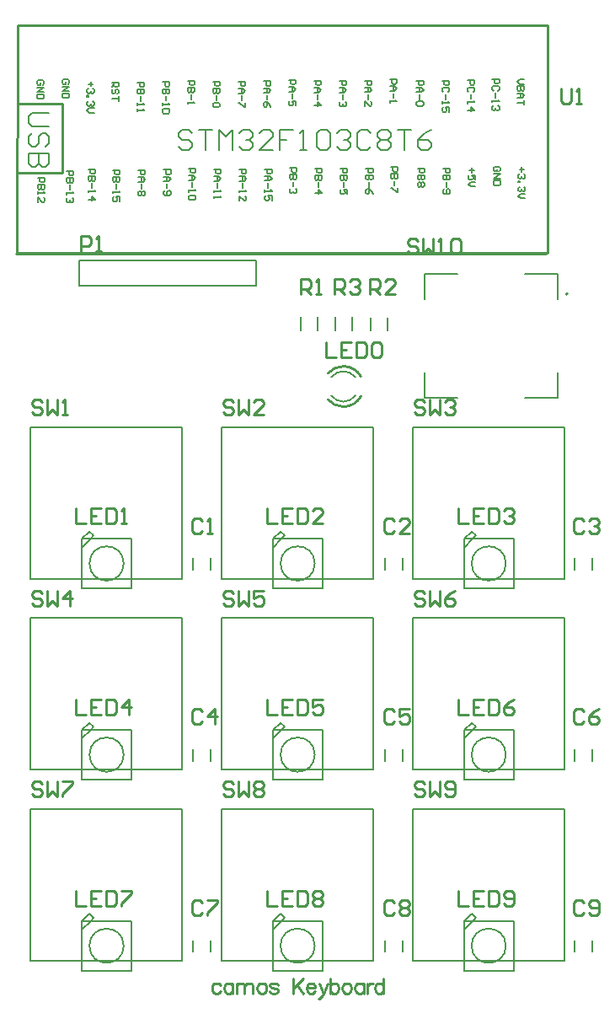
<source format=gto>
G04*
G04 #@! TF.GenerationSoftware,Altium Limited,Altium Designer,21.5.1 (32)*
G04*
G04 Layer_Color=65535*
%FSTAX25Y25*%
%MOIN*%
G70*
G04*
G04 #@! TF.SameCoordinates,0BFE2CC6-8836-44AC-A470-928A03FDA669*
G04*
G04*
G04 #@! TF.FilePolarity,Positive*
G04*
G01*
G75*
%ADD10C,0.00787*%
%ADD11C,0.00500*%
%ADD12C,0.01000*%
%ADD13C,0.00600*%
%ADD14C,0.00800*%
D10*
X0328315Y0380035D02*
G03*
X0328315Y0380035I-0000394J0D01*
G01*
X0135Y03835D02*
X0205D01*
Y03935D01*
X0135D02*
X0205D01*
X0135Y03835D02*
Y03935D01*
X0311077Y0465D02*
X030924D01*
X0308322Y0464082D01*
X030924Y0463163D01*
X0311077D01*
Y0462245D02*
X0308322D01*
Y0460867D01*
X0308781Y0460408D01*
X030924D01*
X03097Y0460867D01*
Y0462245D01*
Y0460867D01*
X0310159Y0460408D01*
X0310618D01*
X0311077Y0460867D01*
Y0462245D01*
X0308322Y045949D02*
X0310159D01*
X0311077Y0458571D01*
X0310159Y0457653D01*
X0308322D01*
X03097D01*
Y045949D01*
X0311077Y0456735D02*
Y0454898D01*
Y0455816D01*
X0308322D01*
X0298422Y04651D02*
X0301177D01*
Y0463723D01*
X0300718Y0463263D01*
X0299799D01*
X029934Y0463723D01*
Y04651D01*
X0300718Y0460508D02*
X0301177Y0460967D01*
Y0461886D01*
X0300718Y0462345D01*
X0298881D01*
X0298422Y0461886D01*
Y0460967D01*
X0298881Y0460508D01*
X0299799Y045959D02*
Y0457753D01*
X0298422Y0456835D02*
Y0455916D01*
Y0456376D01*
X0301177D01*
X0300718Y0456835D01*
Y0454539D02*
X0301177Y045408D01*
Y0453161D01*
X0300718Y0452702D01*
X0300259D01*
X0299799Y0453161D01*
Y045362D01*
Y0453161D01*
X029934Y0452702D01*
X0298881D01*
X0298422Y0453161D01*
Y045408D01*
X0298881Y0454539D01*
X0288622Y04646D02*
X0291377D01*
Y0463223D01*
X0290918Y0462763D01*
X029D01*
X028954Y0463223D01*
Y04646D01*
X0290918Y0460008D02*
X0291377Y0460467D01*
Y0461386D01*
X0290918Y0461845D01*
X0289081D01*
X0288622Y0461386D01*
Y0460467D01*
X0289081Y0460008D01*
X029Y045909D02*
Y0457253D01*
X0288622Y0456335D02*
Y0455416D01*
Y0455875D01*
X0291377D01*
X0290918Y0456335D01*
X0288622Y0452661D02*
X0291377D01*
X029Y0454039D01*
Y0452202D01*
X0278522Y04645D02*
X0281277D01*
Y0463123D01*
X0280818Y0462663D01*
X02799D01*
X027944Y0463123D01*
Y04645D01*
X0280818Y0459908D02*
X0281277Y0460367D01*
Y0461286D01*
X0280818Y0461745D01*
X0278981D01*
X0278522Y0461286D01*
Y0460367D01*
X0278981Y0459908D01*
X02799Y045899D02*
Y0457153D01*
X0278522Y0456235D02*
Y0455316D01*
Y0455775D01*
X0281277D01*
X0280818Y0456235D01*
X0281277Y0452102D02*
Y0453939D01*
X02799D01*
X0280359Y045302D01*
Y0452561D01*
X02799Y0452102D01*
X0278981D01*
X0278522Y0452561D01*
Y045348D01*
X0278981Y0453939D01*
X0268422Y04645D02*
X0271177D01*
Y0463123D01*
X0270718Y0462663D01*
X0269799D01*
X026934Y0463123D01*
Y04645D01*
X0268422Y0461745D02*
X0270259D01*
X0271177Y0460826D01*
X0270259Y0459908D01*
X0268422D01*
X0269799D01*
Y0461745D01*
Y045899D02*
Y0457153D01*
X0270718Y0456235D02*
X0271177Y0455775D01*
Y0454857D01*
X0270718Y0454398D01*
X0268881D01*
X0268422Y0454857D01*
Y0455775D01*
X0268881Y0456235D01*
X0270718D01*
X0257822Y0465D02*
X0260577D01*
Y0463623D01*
X0260118Y0463163D01*
X02592D01*
X025874Y0463623D01*
Y0465D01*
X0257822Y0462245D02*
X0259659D01*
X0260577Y0461327D01*
X0259659Y0460408D01*
X0257822D01*
X02592D01*
Y0462245D01*
Y045949D02*
Y0457653D01*
X0257822Y0456735D02*
Y0455816D01*
Y0456276D01*
X0260577D01*
X0260118Y0456735D01*
X0248022Y04645D02*
X0250777D01*
Y0463123D01*
X0250318Y0462663D01*
X0249399D01*
X024894Y0463123D01*
Y04645D01*
X0248022Y0461745D02*
X0249859D01*
X0250777Y0460826D01*
X0249859Y0459908D01*
X0248022D01*
X0249399D01*
Y0461745D01*
Y045899D02*
Y0457153D01*
X0248022Y0454398D02*
Y0456235D01*
X0249859Y0454398D01*
X0250318D01*
X0250777Y0454857D01*
Y0455775D01*
X0250318Y0456235D01*
X0237922Y04644D02*
X0240677D01*
Y0463023D01*
X0240218Y0462563D01*
X02393D01*
X023884Y0463023D01*
Y04644D01*
X0237922Y0461645D02*
X0239759D01*
X0240677Y0460726D01*
X0239759Y0459808D01*
X0237922D01*
X02393D01*
Y0461645D01*
Y045889D02*
Y0457053D01*
X0240218Y0456135D02*
X0240677Y0455676D01*
Y0454757D01*
X0240218Y0454298D01*
X0239759D01*
X02393Y0454757D01*
Y0455216D01*
Y0454757D01*
X023884Y0454298D01*
X0238381D01*
X0237922Y0454757D01*
Y0455676D01*
X0238381Y0456135D01*
X0227822Y04644D02*
X0230577D01*
Y0463023D01*
X0230118Y0462563D01*
X02292D01*
X022874Y0463023D01*
Y04644D01*
X0227822Y0461645D02*
X0229659D01*
X0230577Y0460726D01*
X0229659Y0459808D01*
X0227822D01*
X02292D01*
Y0461645D01*
Y045889D02*
Y0457053D01*
X0227822Y0454757D02*
X0230577D01*
X02292Y0456135D01*
Y0454298D01*
X0217822Y04647D02*
X0220577D01*
Y0463322D01*
X0220118Y0462863D01*
X0219199D01*
X021874Y0463322D01*
Y04647D01*
X0217822Y0461945D02*
X0219659D01*
X0220577Y0461026D01*
X0219659Y0460108D01*
X0217822D01*
X0219199D01*
Y0461945D01*
Y045919D02*
Y0457353D01*
X0220577Y0454598D02*
Y0456435D01*
X0219199D01*
X0219659Y0455516D01*
Y0455057D01*
X0219199Y0454598D01*
X0218281D01*
X0217822Y0455057D01*
Y0455975D01*
X0218281Y0456435D01*
X0208022Y04642D02*
X0210777D01*
Y0462822D01*
X0210318Y0462363D01*
X02094D01*
X020894Y0462822D01*
Y04642D01*
X0208022Y0461445D02*
X0209859D01*
X0210777Y0460527D01*
X0209859Y0459608D01*
X0208022D01*
X02094D01*
Y0461445D01*
Y045869D02*
Y0456853D01*
X0210777Y0454098D02*
X0210318Y0455016D01*
X02094Y0455935D01*
X0208481D01*
X0208022Y0455476D01*
Y0454557D01*
X0208481Y0454098D01*
X020894D01*
X02094Y0454557D01*
Y0455935D01*
X0197922Y04641D02*
X0200677D01*
Y0462722D01*
X0200218Y0462263D01*
X01993D01*
X019884Y0462722D01*
Y04641D01*
X0197922Y0461345D02*
X0199759D01*
X0200677Y0460427D01*
X0199759Y0459508D01*
X0197922D01*
X01993D01*
Y0461345D01*
Y045859D02*
Y0456753D01*
X0200677Y0455835D02*
Y0453998D01*
X0200218D01*
X0198381Y0455835D01*
X0197922D01*
X0187822Y04641D02*
X0190577D01*
Y0462722D01*
X0190118Y0462263D01*
X0189199D01*
X018874Y0462722D01*
Y04641D01*
X0190577Y0461345D02*
X0187822D01*
Y0459967D01*
X0188281Y0459508D01*
X018874D01*
X0189199Y0459967D01*
Y0461345D01*
Y0459967D01*
X0189659Y0459508D01*
X0190118D01*
X0190577Y0459967D01*
Y0461345D01*
X0189199Y045859D02*
Y0456753D01*
X0190118Y0455835D02*
X0190577Y0455375D01*
Y0454457D01*
X0190118Y0453998D01*
X0188281D01*
X0187822Y0454457D01*
Y0455375D01*
X0188281Y0455835D01*
X0190118D01*
X0177822Y04644D02*
X0180577D01*
Y0463023D01*
X0180118Y0462563D01*
X01792D01*
X017874Y0463023D01*
Y04644D01*
X0180577Y0461645D02*
X0177822D01*
Y0460267D01*
X0178281Y0459808D01*
X017874D01*
X01792Y0460267D01*
Y0461645D01*
Y0460267D01*
X0179659Y0459808D01*
X0180118D01*
X0180577Y0460267D01*
Y0461645D01*
X01792Y045889D02*
Y0457053D01*
X0177822Y0456135D02*
Y0455216D01*
Y0455676D01*
X0180577D01*
X0180118Y0456135D01*
X0168022Y04639D02*
X0170777D01*
Y0462523D01*
X0170318Y0462063D01*
X0169399D01*
X016894Y0462523D01*
Y04639D01*
X0170777Y0461145D02*
X0168022D01*
Y0459767D01*
X0168481Y0459308D01*
X016894D01*
X0169399Y0459767D01*
Y0461145D01*
Y0459767D01*
X0169859Y0459308D01*
X0170318D01*
X0170777Y0459767D01*
Y0461145D01*
X0169399Y045839D02*
Y0456553D01*
X0168022Y0455635D02*
Y0454716D01*
Y0455175D01*
X0170777D01*
X0170318Y0455635D01*
Y0453339D02*
X0170777Y045288D01*
Y0451961D01*
X0170318Y0451502D01*
X0168481D01*
X0168022Y0451961D01*
Y045288D01*
X0168481Y0453339D01*
X0170318D01*
X0157922Y04638D02*
X0160677D01*
Y0462423D01*
X0160218Y0461963D01*
X01593D01*
X015884Y0462423D01*
Y04638D01*
X0160677Y0461045D02*
X0157922D01*
Y0459667D01*
X0158381Y0459208D01*
X015884D01*
X01593Y0459667D01*
Y0461045D01*
Y0459667D01*
X0159759Y0459208D01*
X0160218D01*
X0160677Y0459667D01*
Y0461045D01*
X01593Y045829D02*
Y0456453D01*
X0157922Y0455535D02*
Y0454616D01*
Y0455076D01*
X0160677D01*
X0160218Y0455535D01*
X0157922Y0453239D02*
Y045232D01*
Y045278D01*
X0160677D01*
X0160218Y0453239D01*
X0147822Y04638D02*
X0150577D01*
Y0462423D01*
X0150118Y0461963D01*
X0149199D01*
X014874Y0462423D01*
Y04638D01*
Y0462882D02*
X0147822Y0461963D01*
X0150118Y0459208D02*
X0150577Y0459667D01*
Y0460586D01*
X0150118Y0461045D01*
X0149659D01*
X0149199Y0460586D01*
Y0459667D01*
X014874Y0459208D01*
X0148281D01*
X0147822Y0459667D01*
Y0460586D01*
X0148281Y0461045D01*
X0150577Y045829D02*
Y0456453D01*
Y0457371D01*
X0147822D01*
X0139499Y04641D02*
Y0462263D01*
X0140418Y0463182D02*
X0138581D01*
X0140418Y0461345D02*
X0140877Y0460886D01*
Y0459967D01*
X0140418Y0459508D01*
X0139959D01*
X0139499Y0459967D01*
Y0460427D01*
Y0459967D01*
X013904Y0459508D01*
X0138581D01*
X0138122Y0459967D01*
Y0460886D01*
X0138581Y0461345D01*
X0138122Y045859D02*
X0138581D01*
Y0458131D01*
X0138122D01*
Y045859D01*
X0140418Y0456294D02*
X0140877Y0455835D01*
Y0454916D01*
X0140418Y0454457D01*
X0139959D01*
X0139499Y0454916D01*
Y0455375D01*
Y0454916D01*
X013904Y0454457D01*
X0138581D01*
X0138122Y0454916D01*
Y0455835D01*
X0138581Y0456294D01*
X0140877Y0453539D02*
X013904D01*
X0138122Y045262D01*
X013904Y0451702D01*
X0140877D01*
X0130618Y0463063D02*
X0131077Y0463522D01*
Y0464441D01*
X0130618Y04649D01*
X0128781D01*
X0128322Y0464441D01*
Y0463522D01*
X0128781Y0463063D01*
X01297D01*
Y0463982D01*
X0128322Y0462145D02*
X0131077D01*
X0128322Y0460308D01*
X0131077D01*
Y045939D02*
X0128322D01*
Y0458012D01*
X0128781Y0457553D01*
X0130618D01*
X0131077Y0458012D01*
Y045939D01*
X0120518Y0462763D02*
X0120977Y0463223D01*
Y0464141D01*
X0120518Y04646D01*
X0118681D01*
X0118222Y0464141D01*
Y0463223D01*
X0118681Y0462763D01*
X0119599D01*
Y0463682D01*
X0118222Y0461845D02*
X0120977D01*
X0118222Y0460008D01*
X0120977D01*
Y045909D02*
X0118222D01*
Y0457712D01*
X0118681Y0457253D01*
X0120518D01*
X0120977Y0457712D01*
Y045909D01*
X03101Y04303D02*
Y0428463D01*
X0311018Y0429382D02*
X0309181D01*
X0311018Y0427545D02*
X0311477Y0427086D01*
Y0426167D01*
X0311018Y0425708D01*
X0310559D01*
X03101Y0426167D01*
Y0426626D01*
Y0426167D01*
X030964Y0425708D01*
X0309181D01*
X0308722Y0426167D01*
Y0427086D01*
X0309181Y0427545D01*
X0308722Y042479D02*
X0309181D01*
Y0424331D01*
X0308722D01*
Y042479D01*
X0311018Y0422494D02*
X0311477Y0422035D01*
Y0421116D01*
X0311018Y0420657D01*
X0310559D01*
X03101Y0421116D01*
Y0421575D01*
Y0421116D01*
X030964Y0420657D01*
X0309181D01*
X0308722Y0421116D01*
Y0422035D01*
X0309181Y0422494D01*
X0311477Y0419739D02*
X030964D01*
X0308722Y041882D01*
X030964Y0417902D01*
X0311477D01*
X0301118Y0428563D02*
X0301577Y0429023D01*
Y0429941D01*
X0301118Y04304D01*
X0299281D01*
X0298822Y0429941D01*
Y0429023D01*
X0299281Y0428563D01*
X03002D01*
Y0429482D01*
X0298822Y0427645D02*
X0301577D01*
X0298822Y0425808D01*
X0301577D01*
Y042489D02*
X0298822D01*
Y0423512D01*
X0299281Y0423053D01*
X0301118D01*
X0301577Y0423512D01*
Y042489D01*
X02904Y04299D02*
Y0428063D01*
X0291318Y0428982D02*
X0289481D01*
X0291777Y0425308D02*
Y0427145D01*
X02904D01*
X0290859Y0426227D01*
Y0425767D01*
X02904Y0425308D01*
X0289481D01*
X0289022Y0425767D01*
Y0426686D01*
X0289481Y0427145D01*
X0291777Y042439D02*
X028994D01*
X0289022Y0423471D01*
X028994Y0422553D01*
X0291777D01*
X0278922Y04298D02*
X0281677D01*
Y0428422D01*
X0281218Y0427963D01*
X0280299D01*
X027984Y0428422D01*
Y04298D01*
X0281677Y0427045D02*
X0278922D01*
Y0425667D01*
X0279381Y0425208D01*
X027984D01*
X0280299Y0425667D01*
Y0427045D01*
Y0425667D01*
X0280759Y0425208D01*
X0281218D01*
X0281677Y0425667D01*
Y0427045D01*
X0280299Y042429D02*
Y0422453D01*
X0279381Y0421535D02*
X0278922Y0421075D01*
Y0420157D01*
X0279381Y0419698D01*
X0281218D01*
X0281677Y0420157D01*
Y0421075D01*
X0281218Y0421535D01*
X0280759D01*
X0280299Y0421075D01*
Y0419698D01*
X0268822Y04298D02*
X0271577D01*
Y0428422D01*
X0271118Y0427963D01*
X0270199D01*
X026974Y0428422D01*
Y04298D01*
X0271577Y0427045D02*
X0268822D01*
Y0425667D01*
X0269281Y0425208D01*
X026974D01*
X0270199Y0425667D01*
Y0427045D01*
Y0425667D01*
X0270659Y0425208D01*
X0271118D01*
X0271577Y0425667D01*
Y0427045D01*
X0271118Y042429D02*
X0271577Y0423831D01*
Y0422912D01*
X0271118Y0422453D01*
X0270659D01*
X0270199Y0422912D01*
X026974Y0422453D01*
X0269281D01*
X0268822Y0422912D01*
Y0423831D01*
X0269281Y042429D01*
X026974D01*
X0270199Y0423831D01*
X0270659Y042429D01*
X0271118D01*
X0270199Y0423831D02*
Y0422912D01*
X0258222Y04303D02*
X0260977D01*
Y0428923D01*
X0260518Y0428463D01*
X0259599D01*
X025914Y0428923D01*
Y04303D01*
X0260977Y0427545D02*
X0258222D01*
Y0426167D01*
X0258681Y0425708D01*
X025914D01*
X0259599Y0426167D01*
Y0427545D01*
Y0426167D01*
X0260059Y0425708D01*
X0260518D01*
X0260977Y0426167D01*
Y0427545D01*
X0259599Y042479D02*
Y0422953D01*
X0260977Y0422035D02*
Y0420198D01*
X0260518D01*
X0258681Y0422035D01*
X0258222D01*
X0248422Y04298D02*
X0251177D01*
Y0428422D01*
X0250718Y0427963D01*
X0249799D01*
X024934Y0428422D01*
Y04298D01*
X0251177Y0427045D02*
X0248422D01*
Y0425667D01*
X0248881Y0425208D01*
X024934D01*
X0249799Y0425667D01*
Y0427045D01*
Y0425667D01*
X0250259Y0425208D01*
X0250718D01*
X0251177Y0425667D01*
Y0427045D01*
X0249799Y042429D02*
Y0422453D01*
X0251177Y0419698D02*
X0250718Y0420616D01*
X0249799Y0421535D01*
X0248881D01*
X0248422Y0421075D01*
Y0420157D01*
X0248881Y0419698D01*
X024934D01*
X0249799Y0420157D01*
Y0421535D01*
X0238322Y04297D02*
X0241077D01*
Y0428323D01*
X0240618Y0427863D01*
X02397D01*
X023924Y0428323D01*
Y04297D01*
X0241077Y0426945D02*
X0238322D01*
Y0425567D01*
X0238781Y0425108D01*
X023924D01*
X02397Y0425567D01*
Y0426945D01*
Y0425567D01*
X0240159Y0425108D01*
X0240618D01*
X0241077Y0425567D01*
Y0426945D01*
X02397Y042419D02*
Y0422353D01*
X0241077Y0419598D02*
Y0421435D01*
X02397D01*
X0240159Y0420516D01*
Y0420057D01*
X02397Y0419598D01*
X0238781D01*
X0238322Y0420057D01*
Y0420975D01*
X0238781Y0421435D01*
X0228222Y04297D02*
X0230977D01*
Y0428323D01*
X0230518Y0427863D01*
X0229599D01*
X022914Y0428323D01*
Y04297D01*
X0230977Y0426945D02*
X0228222D01*
Y0425567D01*
X0228681Y0425108D01*
X022914D01*
X0229599Y0425567D01*
Y0426945D01*
Y0425567D01*
X0230059Y0425108D01*
X0230518D01*
X0230977Y0425567D01*
Y0426945D01*
X0229599Y042419D02*
Y0422353D01*
X0228222Y0420057D02*
X0230977D01*
X0229599Y0421435D01*
Y0419598D01*
X0218222Y043D02*
X0220977D01*
Y0428622D01*
X0220518Y0428163D01*
X02196D01*
X021914Y0428622D01*
Y043D01*
X0220977Y0427245D02*
X0218222D01*
Y0425867D01*
X0218681Y0425408D01*
X021914D01*
X02196Y0425867D01*
Y0427245D01*
Y0425867D01*
X0220059Y0425408D01*
X0220518D01*
X0220977Y0425867D01*
Y0427245D01*
X02196Y042449D02*
Y0422653D01*
X0220518Y0421735D02*
X0220977Y0421276D01*
Y0420357D01*
X0220518Y0419898D01*
X0220059D01*
X02196Y0420357D01*
Y0420816D01*
Y0420357D01*
X021914Y0419898D01*
X0218681D01*
X0218222Y0420357D01*
Y0421276D01*
X0218681Y0421735D01*
X0208422Y04295D02*
X0211177D01*
Y0428123D01*
X0210718Y0427663D01*
X02098D01*
X020934Y0428123D01*
Y04295D01*
X0208422Y0426745D02*
X0210259D01*
X0211177Y0425827D01*
X0210259Y0424908D01*
X0208422D01*
X02098D01*
Y0426745D01*
Y042399D02*
Y0422153D01*
X0208422Y0421235D02*
Y0420316D01*
Y0420776D01*
X0211177D01*
X0210718Y0421235D01*
X0211177Y0417102D02*
Y0418939D01*
X02098D01*
X0210259Y041802D01*
Y0417561D01*
X02098Y0417102D01*
X0208881D01*
X0208422Y0417561D01*
Y041848D01*
X0208881Y0418939D01*
X0198322Y04294D02*
X0201077D01*
Y0428022D01*
X0200618Y0427563D01*
X0199699D01*
X019924Y0428022D01*
Y04294D01*
X0198322Y0426645D02*
X0200159D01*
X0201077Y0425727D01*
X0200159Y0424808D01*
X0198322D01*
X0199699D01*
Y0426645D01*
Y042389D02*
Y0422053D01*
X0198322Y0421135D02*
Y0420216D01*
Y0420676D01*
X0201077D01*
X0200618Y0421135D01*
X0198322Y0417002D02*
Y0418839D01*
X0200159Y0417002D01*
X0200618D01*
X0201077Y0417461D01*
Y041838D01*
X0200618Y0418839D01*
X0188222Y04294D02*
X0190977D01*
Y0428022D01*
X0190518Y0427563D01*
X01896D01*
X018914Y0428022D01*
Y04294D01*
X0188222Y0426645D02*
X0190059D01*
X0190977Y0425727D01*
X0190059Y0424808D01*
X0188222D01*
X01896D01*
Y0426645D01*
Y042389D02*
Y0422053D01*
X0188222Y0421135D02*
Y0420216D01*
Y0420676D01*
X0190977D01*
X0190518Y0421135D01*
X0188222Y0418839D02*
Y041792D01*
Y041838D01*
X0190977D01*
X0190518Y0418839D01*
X0178222Y04297D02*
X0180977D01*
Y0428323D01*
X0180518Y0427863D01*
X0179599D01*
X017914Y0428323D01*
Y04297D01*
X0178222Y0426945D02*
X0180059D01*
X0180977Y0426026D01*
X0180059Y0425108D01*
X0178222D01*
X0179599D01*
Y0426945D01*
Y042419D02*
Y0422353D01*
X0178222Y0421435D02*
Y0420516D01*
Y0420975D01*
X0180977D01*
X0180518Y0421435D01*
Y0419139D02*
X0180977Y041868D01*
Y0417761D01*
X0180518Y0417302D01*
X0178681D01*
X0178222Y0417761D01*
Y041868D01*
X0178681Y0419139D01*
X0180518D01*
X0168422Y04292D02*
X0171177D01*
Y0427822D01*
X0170718Y0427363D01*
X0169799D01*
X016934Y0427822D01*
Y04292D01*
X0168422Y0426445D02*
X0170259D01*
X0171177Y0425527D01*
X0170259Y0424608D01*
X0168422D01*
X0169799D01*
Y0426445D01*
Y042369D02*
Y0421853D01*
X0168881Y0420935D02*
X0168422Y0420475D01*
Y0419557D01*
X0168881Y0419098D01*
X0170718D01*
X0171177Y0419557D01*
Y0420475D01*
X0170718Y0420935D01*
X0170259D01*
X0169799Y0420475D01*
Y0419098D01*
X0158322Y04291D02*
X0161077D01*
Y0427723D01*
X0160618Y0427263D01*
X0159699D01*
X015924Y0427723D01*
Y04291D01*
X0158322Y0426345D02*
X0160159D01*
X0161077Y0425426D01*
X0160159Y0424508D01*
X0158322D01*
X0159699D01*
Y0426345D01*
Y042359D02*
Y0421753D01*
X0160618Y0420835D02*
X0161077Y0420375D01*
Y0419457D01*
X0160618Y0418998D01*
X0160159D01*
X0159699Y0419457D01*
X015924Y0418998D01*
X0158781D01*
X0158322Y0419457D01*
Y0420375D01*
X0158781Y0420835D01*
X015924D01*
X0159699Y0420375D01*
X0160159Y0420835D01*
X0160618D01*
X0159699Y0420375D02*
Y0419457D01*
X0148222Y04291D02*
X0150977D01*
Y0427723D01*
X0150518Y0427263D01*
X01496D01*
X014914Y0427723D01*
Y04291D01*
X0150977Y0426345D02*
X0148222D01*
Y0424967D01*
X0148681Y0424508D01*
X014914D01*
X01496Y0424967D01*
Y0426345D01*
Y0424967D01*
X0150059Y0424508D01*
X0150518D01*
X0150977Y0424967D01*
Y0426345D01*
X01496Y042359D02*
Y0421753D01*
X0148222Y0420835D02*
Y0419916D01*
Y0420375D01*
X0150977D01*
X0150518Y0420835D01*
X0150977Y0416702D02*
Y0418539D01*
X01496D01*
X0150059Y041762D01*
Y0417161D01*
X01496Y0416702D01*
X0148681D01*
X0148222Y0417161D01*
Y041808D01*
X0148681Y0418539D01*
X0138522Y04294D02*
X0141277D01*
Y0428022D01*
X0140818Y0427563D01*
X01399D01*
X013944Y0428022D01*
Y04294D01*
X0141277Y0426645D02*
X0138522D01*
Y0425267D01*
X0138981Y0424808D01*
X013944D01*
X01399Y0425267D01*
Y0426645D01*
Y0425267D01*
X0140359Y0424808D01*
X0140818D01*
X0141277Y0425267D01*
Y0426645D01*
X01399Y042389D02*
Y0422053D01*
X0138522Y0421135D02*
Y0420216D01*
Y0420676D01*
X0141277D01*
X0140818Y0421135D01*
X0138522Y0417461D02*
X0141277D01*
X01399Y0418839D01*
Y0417002D01*
X0129922Y04287D02*
X0132677D01*
Y0427322D01*
X0132218Y0426863D01*
X0131299D01*
X013084Y0427322D01*
Y04287D01*
X0132677Y0425945D02*
X0129922D01*
Y0424567D01*
X0130381Y0424108D01*
X013084D01*
X0131299Y0424567D01*
Y0425945D01*
Y0424567D01*
X0131759Y0424108D01*
X0132218D01*
X0132677Y0424567D01*
Y0425945D01*
X0131299Y042319D02*
Y0421353D01*
X0129922Y0420435D02*
Y0419516D01*
Y0419976D01*
X0132677D01*
X0132218Y0420435D01*
Y0418139D02*
X0132677Y041768D01*
Y0416761D01*
X0132218Y0416302D01*
X0131759D01*
X0131299Y0416761D01*
Y041722D01*
Y0416761D01*
X013084Y0416302D01*
X0130381D01*
X0129922Y0416761D01*
Y041768D01*
X0130381Y0418139D01*
X0118522Y04261D02*
X0121277D01*
Y0424722D01*
X0120818Y0424263D01*
X0119899D01*
X011944Y0424722D01*
Y04261D01*
X0121277Y0423345D02*
X0118522D01*
Y0421967D01*
X0118981Y0421508D01*
X011944D01*
X0119899Y0421967D01*
Y0423345D01*
Y0421967D01*
X0120359Y0421508D01*
X0120818D01*
X0121277Y0421967D01*
Y0423345D01*
X0118522Y042059D02*
Y0419671D01*
Y0420131D01*
X0121277D01*
X0120818Y042059D01*
X0118522Y0416457D02*
Y0418294D01*
X0120359Y0416457D01*
X0120818D01*
X0121277Y0416916D01*
Y0417835D01*
X0120818Y0418294D01*
D11*
X0303788Y01223D02*
G03*
X0303788Y01223I-0006774J0D01*
G01*
X0228188D02*
G03*
X0228188Y01223I-0006774J0D01*
G01*
X0152588D02*
G03*
X0152588Y01223I-0006774J0D01*
G01*
X0303788Y01979D02*
G03*
X0303788Y01979I-0006774J0D01*
G01*
X0228188D02*
G03*
X0228188Y01979I-0006774J0D01*
G01*
X0152588D02*
G03*
X0152588Y01979I-0006774J0D01*
G01*
X0303788Y02735D02*
G03*
X0303788Y02735I-0006774J0D01*
G01*
X0228188D02*
G03*
X0228188Y02735I-0006774J0D01*
G01*
X0152588D02*
G03*
X0152588Y02735I-0006774J0D01*
G01*
X0311386Y0388106D02*
X0324378D01*
Y0378067D02*
Y0388106D01*
Y0338894D02*
Y0348933D01*
X0311386Y0338894D02*
X0324378D01*
X0271622Y0388106D02*
X0284614D01*
X0271622Y0378067D02*
Y0388106D01*
Y0338894D02*
Y0348933D01*
Y0338894D02*
X0284614D01*
X0327015Y01163D02*
Y01763D01*
X0267015D02*
X0327015D01*
X0267015Y01163D02*
Y01763D01*
Y01163D02*
X0327015D01*
X0191415D02*
X0251415D01*
X0191415D02*
Y01763D01*
X0251415D01*
Y01163D02*
Y01763D01*
X0175815Y01163D02*
Y01763D01*
X0115815D02*
X0175815D01*
X0115815Y01163D02*
Y01763D01*
Y01163D02*
X0175815D01*
X0267015Y01919D02*
X0327015D01*
X0267015D02*
Y02519D01*
X0327015D01*
Y01919D02*
Y02519D01*
X0251415Y01919D02*
Y02519D01*
X0191415D02*
X0251415D01*
X0191415Y01919D02*
Y02519D01*
Y01919D02*
X0251415D01*
X0115815D02*
X0175815D01*
X0115815D02*
Y02519D01*
X0175815D01*
Y01919D02*
Y02519D01*
X0327015Y02675D02*
Y03275D01*
X0267015D02*
X0327015D01*
X0267015Y02675D02*
Y03275D01*
Y02675D02*
X0327015D01*
X0191415D02*
X0251415D01*
X0191415D02*
Y03275D01*
X0251415D01*
Y02675D02*
Y03275D01*
X0175815Y02675D02*
Y03275D01*
X0115815D02*
X0175815D01*
X0115815Y02675D02*
Y03275D01*
Y02675D02*
X0175815D01*
X0236154Y0365689D02*
Y0370965D01*
X0242846Y0365689D02*
Y0370965D01*
X0250154Y0365535D02*
Y0370811D01*
X0256846Y0365535D02*
Y0370811D01*
X0222654Y0365689D02*
Y0370965D01*
X0229346Y0365689D02*
Y0370965D01*
X0287172Y0112457D02*
X0306858D01*
X0287172D02*
Y0128599D01*
Y0132143D01*
X0290716D01*
X0306858D01*
Y0112457D02*
Y0132143D01*
X0287172Y0128599D02*
X0290716Y0132143D01*
X0291897Y0133324D01*
X0290322Y0134898D02*
X0291897Y0133324D01*
X0287172Y0132143D02*
X0290322Y0134898D01*
X0211572Y0132143D02*
X0214722Y0134898D01*
X0216297Y0133324D01*
X0215116Y0132143D02*
X0216297Y0133324D01*
X0211572Y0128599D02*
X0215116Y0132143D01*
X0231258Y0112457D02*
Y0132143D01*
X0215116D02*
X0231258D01*
X0211572D02*
X0215116D01*
X0211572Y0128599D02*
Y0132143D01*
Y0112457D02*
Y0128599D01*
Y0112457D02*
X0231258D01*
X0135972D02*
X0155658D01*
X0135972D02*
Y0128599D01*
Y0132143D01*
X0139516D01*
X0155658D01*
Y0112457D02*
Y0132143D01*
X0135972Y0128599D02*
X0139516Y0132143D01*
X0140697Y0133324D01*
X0139122Y0134898D02*
X0140697Y0133324D01*
X0135972Y0132143D02*
X0139122Y0134898D01*
X0287172Y0207743D02*
X0290322Y0210498D01*
X0291897Y0208924D01*
X0290716Y0207743D02*
X0291897Y0208924D01*
X0287172Y0204199D02*
X0290716Y0207743D01*
X0306858Y0188057D02*
Y0207743D01*
X0290716D02*
X0306858D01*
X0287172D02*
X0290716D01*
X0287172Y0204199D02*
Y0207743D01*
Y0188057D02*
Y0204199D01*
Y0188057D02*
X0306858D01*
X0211572D02*
X0231258D01*
X0211572D02*
Y0204199D01*
Y0207743D01*
X0215116D01*
X0231258D01*
Y0188057D02*
Y0207743D01*
X0211572Y0204199D02*
X0215116Y0207743D01*
X0216297Y0208924D01*
X0214722Y0210498D02*
X0216297Y0208924D01*
X0211572Y0207743D02*
X0214722Y0210498D01*
X0135972Y0207743D02*
X0139122Y0210498D01*
X0140697Y0208924D01*
X0139516Y0207743D02*
X0140697Y0208924D01*
X0135972Y0204199D02*
X0139516Y0207743D01*
X0155658Y0188057D02*
Y0207743D01*
X0139516D02*
X0155658D01*
X0135972D02*
X0139516D01*
X0135972Y0204199D02*
Y0207743D01*
Y0188057D02*
Y0204199D01*
Y0188057D02*
X0155658D01*
X0287172Y0263657D02*
X0306858D01*
X0287172D02*
Y0279799D01*
Y0283343D01*
X0290716D01*
X0306858D01*
Y0263657D02*
Y0283343D01*
X0287172Y0279799D02*
X0290716Y0283343D01*
X0291897Y0284524D01*
X0290322Y0286098D02*
X0291897Y0284524D01*
X0287172Y0283343D02*
X0290322Y0286098D01*
X0211572Y0283343D02*
X0214722Y0286098D01*
X0216297Y0284524D01*
X0215116Y0283343D02*
X0216297Y0284524D01*
X0211572Y0279799D02*
X0215116Y0283343D01*
X0231258Y0263657D02*
Y0283343D01*
X0215116D02*
X0231258D01*
X0211572D02*
X0215116D01*
X0211572Y0279799D02*
Y0283343D01*
Y0263657D02*
Y0279799D01*
Y0263657D02*
X0231258D01*
X0135972D02*
X0155658D01*
X0135972D02*
Y0279799D01*
Y0283343D01*
X0139516D01*
X0155658D01*
Y0263657D02*
Y0283343D01*
X0135972Y0279799D02*
X0139516Y0283343D01*
X0140697Y0284524D01*
X0139122Y0286098D02*
X0140697Y0284524D01*
X0135972Y0283343D02*
X0139122Y0286098D01*
X0330957Y0119879D02*
Y0124367D01*
X0338043Y0119879D02*
Y0124367D01*
X0255957Y0119879D02*
Y0124367D01*
X0263043Y0119879D02*
Y0124367D01*
X0179957Y0119879D02*
Y0124367D01*
X0187043Y0119879D02*
Y0124367D01*
X0330957Y0195479D02*
Y0199967D01*
X0338043Y0195479D02*
Y0199967D01*
X0255957Y0195479D02*
Y0199967D01*
X0263043Y0195479D02*
Y0199967D01*
X0179957Y0195479D02*
Y0199967D01*
X0187043Y0195479D02*
Y0199967D01*
X0330957Y0271079D02*
Y0275567D01*
X0338043Y0271079D02*
Y0275567D01*
X0255957Y0271079D02*
Y0275567D01*
X0263043Y0271079D02*
Y0275567D01*
X0179957Y0271079D02*
Y0275567D01*
X0187043Y0271079D02*
Y0275567D01*
D12*
X0246428Y03475D02*
G03*
X02395Y03515I-0006928J-0004D01*
G01*
X02395D02*
G03*
X0233371Y0348642I0J-0008D01*
G01*
X02395Y03355D02*
G03*
X0246563Y0339744I0J0008D01*
G01*
X0233372Y0338358D02*
G03*
X02395Y03355I0006128J0005142D01*
G01*
X0110412Y0396282D02*
X01106Y04863D01*
X011055Y03963D02*
X032035D01*
Y04863D01*
X011055Y048625D02*
X032035D01*
X01107Y04279D02*
X01284D01*
Y04553D01*
X0111D02*
X01284D01*
X01109Y04554D02*
X0111Y04553D01*
X010995Y039605D02*
X031975D01*
X0190928Y0106642D02*
X0190357Y0107213D01*
X0189785Y0107499D01*
X0188928D01*
X0188357Y0107213D01*
X0187786Y0106642D01*
X01875Y0105785D01*
Y0105213D01*
X0187786Y0104357D01*
X0188357Y0103785D01*
X0188928Y01035D01*
X0189785D01*
X0190357Y0103785D01*
X0190928Y0104357D01*
X0195641Y0107499D02*
Y01035D01*
Y0106642D02*
X019507Y0107213D01*
X0194499Y0107499D01*
X0193642D01*
X019307Y0107213D01*
X0192499Y0106642D01*
X0192213Y0105785D01*
Y0105213D01*
X0192499Y0104357D01*
X019307Y0103785D01*
X0193642Y01035D01*
X0194499D01*
X019507Y0103785D01*
X0195641Y0104357D01*
X0197241Y0107499D02*
Y01035D01*
Y0106356D02*
X0198098Y0107213D01*
X0198669Y0107499D01*
X0199526D01*
X0200097Y0107213D01*
X0200383Y0106356D01*
Y01035D01*
Y0106356D02*
X020124Y0107213D01*
X0201811Y0107499D01*
X0202668D01*
X0203239Y0107213D01*
X0203525Y0106356D01*
Y01035D01*
X0206839Y0107499D02*
X0206267Y0107213D01*
X0205696Y0106642D01*
X020541Y0105785D01*
Y0105213D01*
X0205696Y0104357D01*
X0206267Y0103785D01*
X0206839Y01035D01*
X0207696D01*
X0208267Y0103785D01*
X0208838Y0104357D01*
X0209124Y0105213D01*
Y0105785D01*
X0208838Y0106642D01*
X0208267Y0107213D01*
X0207696Y0107499D01*
X0206839D01*
X021358Y0106642D02*
X0213295Y0107213D01*
X0212438Y0107499D01*
X021158D01*
X0210724Y0107213D01*
X0210438Y0106642D01*
X0210724Y010607D01*
X0211295Y0105785D01*
X0212723Y0105499D01*
X0213295Y0105213D01*
X021358Y0104642D01*
Y0104357D01*
X0213295Y0103785D01*
X0212438Y01035D01*
X021158D01*
X0210724Y0103785D01*
X0210438Y0104357D01*
X021955Y0109498D02*
Y01035D01*
X0223549Y0109498D02*
X021955Y0105499D01*
X0220978Y0106927D02*
X0223549Y01035D01*
X0224892Y0105785D02*
X022832D01*
Y0106356D01*
X0228034Y0106927D01*
X0227748Y0107213D01*
X0227177Y0107499D01*
X022632D01*
X0225749Y0107213D01*
X0225178Y0106642D01*
X0224892Y0105785D01*
Y0105213D01*
X0225178Y0104357D01*
X0225749Y0103785D01*
X022632Y01035D01*
X0227177D01*
X0227748Y0103785D01*
X022832Y0104357D01*
X0229891Y0107499D02*
X0231605Y01035D01*
X0233319Y0107499D02*
X0231605Y01035D01*
X0231033Y0102357D01*
X0230462Y0101786D01*
X0229891Y01015D01*
X0229605D01*
X0234319Y0109498D02*
Y01035D01*
Y0106642D02*
X023489Y0107213D01*
X0235461Y0107499D01*
X0236318D01*
X0236889Y0107213D01*
X0237461Y0106642D01*
X0237746Y0105785D01*
Y0105213D01*
X0237461Y0104357D01*
X0236889Y0103785D01*
X0236318Y01035D01*
X0235461D01*
X023489Y0103785D01*
X0234319Y0104357D01*
X024046Y0107499D02*
X0239889Y0107213D01*
X0239317Y0106642D01*
X0239032Y0105785D01*
Y0105213D01*
X0239317Y0104357D01*
X0239889Y0103785D01*
X024046Y01035D01*
X0241317D01*
X0241888Y0103785D01*
X024246Y0104357D01*
X0242745Y0105213D01*
Y0105785D01*
X024246Y0106642D01*
X0241888Y0107213D01*
X0241317Y0107499D01*
X024046D01*
X0247487D02*
Y01035D01*
Y0106642D02*
X0246916Y0107213D01*
X0246344Y0107499D01*
X0245488D01*
X0244916Y0107213D01*
X0244345Y0106642D01*
X0244059Y0105785D01*
Y0105213D01*
X0244345Y0104357D01*
X0244916Y0103785D01*
X0245488Y01035D01*
X0246344D01*
X0246916Y0103785D01*
X0247487Y0104357D01*
X0249087Y0107499D02*
Y01035D01*
Y0105785D02*
X0249373Y0106642D01*
X0249944Y0107213D01*
X0250515Y0107499D01*
X0251372D01*
X0255343Y0109498D02*
Y01035D01*
Y0106642D02*
X0254771Y0107213D01*
X02542Y0107499D01*
X0253343D01*
X0252772Y0107213D01*
X02522Y0106642D01*
X0251915Y0105785D01*
Y0105213D01*
X02522Y0104357D01*
X0252772Y0103785D01*
X0253343Y01035D01*
X02542D01*
X0254771Y0103785D01*
X0255343Y0104357D01*
X0325501Y0461499D02*
Y0456501D01*
X0326501Y0455501D01*
X03285D01*
X03295Y0456501D01*
Y0461499D01*
X0331499Y0455501D02*
X0333499D01*
X0332499D01*
Y0461499D01*
X0331499Y0460499D01*
X0268999Y0400898D02*
X0267999Y0401898D01*
X0266D01*
X0265Y0400898D01*
Y0399899D01*
X0266Y0398899D01*
X0267999D01*
X0268999Y0397899D01*
Y03969D01*
X0267999Y03959D01*
X0266D01*
X0265Y03969D01*
X0270998Y0401898D02*
Y03959D01*
X0272997Y0397899D01*
X0274997Y03959D01*
Y0401898D01*
X0276996Y03959D02*
X0278995D01*
X0277996D01*
Y0401898D01*
X0276996Y0400898D01*
X0281995D02*
X0282994Y0401898D01*
X0284994D01*
X0285993Y0400898D01*
Y03969D01*
X0284994Y03959D01*
X0282994D01*
X0281995Y03969D01*
Y0400898D01*
X0271499Y0186198D02*
X0270499Y0187198D01*
X02685D01*
X02675Y0186198D01*
Y0185199D01*
X02685Y0184199D01*
X0270499D01*
X0271499Y0183199D01*
Y01822D01*
X0270499Y01812D01*
X02685D01*
X02675Y01822D01*
X0273498Y0187198D02*
Y01812D01*
X0275497Y0183199D01*
X0277497Y01812D01*
Y0187198D01*
X0279496Y01822D02*
X0280496Y01812D01*
X0282495D01*
X0283495Y01822D01*
Y0186198D01*
X0282495Y0187198D01*
X0280496D01*
X0279496Y0186198D01*
Y0185199D01*
X0280496Y0184199D01*
X0283495D01*
X0195899Y0186198D02*
X0194899Y0187198D01*
X01929D01*
X01919Y0186198D01*
Y0185199D01*
X01929Y0184199D01*
X0194899D01*
X0195899Y0183199D01*
Y01822D01*
X0194899Y01812D01*
X01929D01*
X01919Y01822D01*
X0197898Y0187198D02*
Y01812D01*
X0199897Y0183199D01*
X0201897Y01812D01*
Y0187198D01*
X0203896Y0186198D02*
X0204896Y0187198D01*
X0206895D01*
X0207895Y0186198D01*
Y0185199D01*
X0206895Y0184199D01*
X0207895Y0183199D01*
Y01822D01*
X0206895Y01812D01*
X0204896D01*
X0203896Y01822D01*
Y0183199D01*
X0204896Y0184199D01*
X0203896Y0185199D01*
Y0186198D01*
X0204896Y0184199D02*
X0206895D01*
X0120299Y0186198D02*
X0119299Y0187198D01*
X01173D01*
X01163Y0186198D01*
Y0185199D01*
X01173Y0184199D01*
X0119299D01*
X0120299Y0183199D01*
Y01822D01*
X0119299Y01812D01*
X01173D01*
X01163Y01822D01*
X0122298Y0187198D02*
Y01812D01*
X0124297Y0183199D01*
X0126297Y01812D01*
Y0187198D01*
X0128296D02*
X0132295D01*
Y0186198D01*
X0128296Y01822D01*
Y01812D01*
X0271499Y0261798D02*
X0270499Y0262798D01*
X02685D01*
X02675Y0261798D01*
Y0260799D01*
X02685Y0259799D01*
X0270499D01*
X0271499Y0258799D01*
Y02578D01*
X0270499Y02568D01*
X02685D01*
X02675Y02578D01*
X0273498Y0262798D02*
Y02568D01*
X0275497Y0258799D01*
X0277497Y02568D01*
Y0262798D01*
X0283495D02*
X0281495Y0261798D01*
X0279496Y0259799D01*
Y02578D01*
X0280496Y02568D01*
X0282495D01*
X0283495Y02578D01*
Y0258799D01*
X0282495Y0259799D01*
X0279496D01*
X0195899Y0261798D02*
X0194899Y0262798D01*
X01929D01*
X01919Y0261798D01*
Y0260799D01*
X01929Y0259799D01*
X0194899D01*
X0195899Y0258799D01*
Y02578D01*
X0194899Y02568D01*
X01929D01*
X01919Y02578D01*
X0197898Y0262798D02*
Y02568D01*
X0199897Y0258799D01*
X0201897Y02568D01*
Y0262798D01*
X0207895D02*
X0203896D01*
Y0259799D01*
X0205895Y0260799D01*
X0206895D01*
X0207895Y0259799D01*
Y02578D01*
X0206895Y02568D01*
X0204896D01*
X0203896Y02578D01*
X0120299Y0261798D02*
X0119299Y0262798D01*
X01173D01*
X01163Y0261798D01*
Y0260799D01*
X01173Y0259799D01*
X0119299D01*
X0120299Y0258799D01*
Y02578D01*
X0119299Y02568D01*
X01173D01*
X01163Y02578D01*
X0122298Y0262798D02*
Y02568D01*
X0124297Y0258799D01*
X0126297Y02568D01*
Y0262798D01*
X0131295Y02568D02*
Y0262798D01*
X0128296Y0259799D01*
X0132295D01*
X0271499Y0337398D02*
X0270499Y0338398D01*
X02685D01*
X02675Y0337398D01*
Y0336399D01*
X02685Y0335399D01*
X0270499D01*
X0271499Y0334399D01*
Y03334D01*
X0270499Y03324D01*
X02685D01*
X02675Y03334D01*
X0273498Y0338398D02*
Y03324D01*
X0275497Y0334399D01*
X0277497Y03324D01*
Y0338398D01*
X0279496Y0337398D02*
X0280496Y0338398D01*
X0282495D01*
X0283495Y0337398D01*
Y0336399D01*
X0282495Y0335399D01*
X0281495D01*
X0282495D01*
X0283495Y0334399D01*
Y03334D01*
X0282495Y03324D01*
X0280496D01*
X0279496Y03334D01*
X0195899Y0337398D02*
X0194899Y0338398D01*
X01929D01*
X01919Y0337398D01*
Y0336399D01*
X01929Y0335399D01*
X0194899D01*
X0195899Y0334399D01*
Y03334D01*
X0194899Y03324D01*
X01929D01*
X01919Y03334D01*
X0197898Y0338398D02*
Y03324D01*
X0199897Y0334399D01*
X0201897Y03324D01*
Y0338398D01*
X0207895Y03324D02*
X0203896D01*
X0207895Y0336399D01*
Y0337398D01*
X0206895Y0338398D01*
X0204896D01*
X0203896Y0337398D01*
X0120299D02*
X0119299Y0338398D01*
X01173D01*
X01163Y0337398D01*
Y0336399D01*
X01173Y0335399D01*
X0119299D01*
X0120299Y0334399D01*
Y03334D01*
X0119299Y03324D01*
X01173D01*
X01163Y03334D01*
X0122298Y0338398D02*
Y03324D01*
X0124297Y0334399D01*
X0126297Y03324D01*
Y0338398D01*
X0128296Y03324D02*
X0130296D01*
X0129296D01*
Y0338398D01*
X0128296Y0337398D01*
X0236Y03801D02*
Y0386098D01*
X0238999D01*
X0239999Y0385098D01*
Y0383099D01*
X0238999Y0382099D01*
X0236D01*
X0237999D02*
X0239999Y03801D01*
X0241998Y0385098D02*
X0242998Y0386098D01*
X0244997D01*
X0245997Y0385098D01*
Y0384099D01*
X0244997Y0383099D01*
X0243997D01*
X0244997D01*
X0245997Y0382099D01*
Y03811D01*
X0244997Y03801D01*
X0242998D01*
X0241998Y03811D01*
X025Y038D02*
Y0385998D01*
X0252999D01*
X0253999Y0384998D01*
Y0382999D01*
X0252999Y0381999D01*
X025D01*
X0251999D02*
X0253999Y038D01*
X0259997D02*
X0255998D01*
X0259997Y0383999D01*
Y0384998D01*
X0258997Y0385998D01*
X0256998D01*
X0255998Y0384998D01*
X02225Y03801D02*
Y0386098D01*
X0225499D01*
X0226499Y0385098D01*
Y0383099D01*
X0225499Y0382099D01*
X02225D01*
X0224499D02*
X0226499Y03801D01*
X0228498D02*
X0230497D01*
X0229498D01*
Y0386098D01*
X0228498Y0385098D01*
X01356Y03969D02*
Y0402898D01*
X0138599D01*
X0139599Y0401898D01*
Y0399899D01*
X0138599Y0398899D01*
X01356D01*
X0141598Y03969D02*
X0143597D01*
X0142598D01*
Y0402898D01*
X0141598Y0401898D01*
X0285Y0144098D02*
Y01381D01*
X0288999D01*
X0294997Y0144098D02*
X0290998D01*
Y01381D01*
X0294997D01*
X0290998Y0141099D02*
X0292997D01*
X0296996Y0144098D02*
Y01381D01*
X0299995D01*
X0300995Y01391D01*
Y0143098D01*
X0299995Y0144098D01*
X0296996D01*
X0302994Y01391D02*
X0303994Y01381D01*
X0305993D01*
X0306993Y01391D01*
Y0143098D01*
X0305993Y0144098D01*
X0303994D01*
X0302994Y0143098D01*
Y0142099D01*
X0303994Y0141099D01*
X0306993D01*
X02094Y0144098D02*
Y01381D01*
X0213399D01*
X0219397Y0144098D02*
X0215398D01*
Y01381D01*
X0219397D01*
X0215398Y0141099D02*
X0217397D01*
X0221396Y0144098D02*
Y01381D01*
X0224395D01*
X0225395Y01391D01*
Y0143098D01*
X0224395Y0144098D01*
X0221396D01*
X0227394Y0143098D02*
X0228394Y0144098D01*
X0230393D01*
X0231393Y0143098D01*
Y0142099D01*
X0230393Y0141099D01*
X0231393Y0140099D01*
Y01391D01*
X0230393Y01381D01*
X0228394D01*
X0227394Y01391D01*
Y0140099D01*
X0228394Y0141099D01*
X0227394Y0142099D01*
Y0143098D01*
X0228394Y0141099D02*
X0230393D01*
X01338Y0144098D02*
Y01381D01*
X0137799D01*
X0143797Y0144098D02*
X0139798D01*
Y01381D01*
X0143797D01*
X0139798Y0141099D02*
X0141797D01*
X0145796Y0144098D02*
Y01381D01*
X0148795D01*
X0149795Y01391D01*
Y0143098D01*
X0148795Y0144098D01*
X0145796D01*
X0151794D02*
X0155793D01*
Y0143098D01*
X0151794Y01391D01*
Y01381D01*
X0285Y0219698D02*
Y02137D01*
X0288999D01*
X0294997Y0219698D02*
X0290998D01*
Y02137D01*
X0294997D01*
X0290998Y0216699D02*
X0292997D01*
X0296996Y0219698D02*
Y02137D01*
X0299995D01*
X0300995Y02147D01*
Y0218698D01*
X0299995Y0219698D01*
X0296996D01*
X0306993D02*
X0304994Y0218698D01*
X0302994Y0216699D01*
Y02147D01*
X0303994Y02137D01*
X0305993D01*
X0306993Y02147D01*
Y0215699D01*
X0305993Y0216699D01*
X0302994D01*
X02094Y0219698D02*
Y02137D01*
X0213399D01*
X0219397Y0219698D02*
X0215398D01*
Y02137D01*
X0219397D01*
X0215398Y0216699D02*
X0217397D01*
X0221396Y0219698D02*
Y02137D01*
X0224395D01*
X0225395Y02147D01*
Y0218698D01*
X0224395Y0219698D01*
X0221396D01*
X0231393D02*
X0227394D01*
Y0216699D01*
X0229394Y0217699D01*
X0230393D01*
X0231393Y0216699D01*
Y02147D01*
X0230393Y02137D01*
X0228394D01*
X0227394Y02147D01*
X01338Y0219698D02*
Y02137D01*
X0137799D01*
X0143797Y0219698D02*
X0139798D01*
Y02137D01*
X0143797D01*
X0139798Y0216699D02*
X0141797D01*
X0145796Y0219698D02*
Y02137D01*
X0148795D01*
X0149795Y02147D01*
Y0218698D01*
X0148795Y0219698D01*
X0145796D01*
X0154793Y02137D02*
Y0219698D01*
X0151794Y0216699D01*
X0155793D01*
X0285Y0295298D02*
Y02893D01*
X0288999D01*
X0294997Y0295298D02*
X0290998D01*
Y02893D01*
X0294997D01*
X0290998Y0292299D02*
X0292997D01*
X0296996Y0295298D02*
Y02893D01*
X0299995D01*
X0300995Y02903D01*
Y0294298D01*
X0299995Y0295298D01*
X0296996D01*
X0302994Y0294298D02*
X0303994Y0295298D01*
X0305993D01*
X0306993Y0294298D01*
Y0293299D01*
X0305993Y0292299D01*
X0304994D01*
X0305993D01*
X0306993Y0291299D01*
Y02903D01*
X0305993Y02893D01*
X0303994D01*
X0302994Y02903D01*
X02094Y0295298D02*
Y02893D01*
X0213399D01*
X0219397Y0295298D02*
X0215398D01*
Y02893D01*
X0219397D01*
X0215398Y0292299D02*
X0217397D01*
X0221396Y0295298D02*
Y02893D01*
X0224395D01*
X0225395Y02903D01*
Y0294298D01*
X0224395Y0295298D01*
X0221396D01*
X0231393Y02893D02*
X0227394D01*
X0231393Y0293299D01*
Y0294298D01*
X0230393Y0295298D01*
X0228394D01*
X0227394Y0294298D01*
X01338Y0295298D02*
Y02893D01*
X0137799D01*
X0143797Y0295298D02*
X0139798D01*
Y02893D01*
X0143797D01*
X0139798Y0292299D02*
X0141797D01*
X0145796Y0295298D02*
Y02893D01*
X0148795D01*
X0149795Y02903D01*
Y0294298D01*
X0148795Y0295298D01*
X0145796D01*
X0151794Y02893D02*
X0153794D01*
X0152794D01*
Y0295298D01*
X0151794Y0294298D01*
X02325Y0360998D02*
Y0355D01*
X0236499D01*
X0242497Y0360998D02*
X0238498D01*
Y0355D01*
X0242497D01*
X0238498Y0357999D02*
X0240497D01*
X0244496Y0360998D02*
Y0355D01*
X0247495D01*
X0248495Y0356D01*
Y0359998D01*
X0247495Y0360998D01*
X0244496D01*
X0250494Y0359998D02*
X0251494Y0360998D01*
X0253493D01*
X0254493Y0359998D01*
Y0356D01*
X0253493Y0355D01*
X0251494D01*
X0250494Y0356D01*
Y0359998D01*
X0334799Y0139298D02*
X0333799Y0140298D01*
X03318D01*
X03308Y0139298D01*
Y01353D01*
X03318Y01343D01*
X0333799D01*
X0334799Y01353D01*
X0336798D02*
X0337798Y01343D01*
X0339797D01*
X0340797Y01353D01*
Y0139298D01*
X0339797Y0140298D01*
X0337798D01*
X0336798Y0139298D01*
Y0138299D01*
X0337798Y0137299D01*
X0340797D01*
X0259799Y0139298D02*
X0258799Y0140298D01*
X02568D01*
X02558Y0139298D01*
Y01353D01*
X02568Y01343D01*
X0258799D01*
X0259799Y01353D01*
X0261798Y0139298D02*
X0262798Y0140298D01*
X0264797D01*
X0265797Y0139298D01*
Y0138299D01*
X0264797Y0137299D01*
X0265797Y0136299D01*
Y01353D01*
X0264797Y01343D01*
X0262798D01*
X0261798Y01353D01*
Y0136299D01*
X0262798Y0137299D01*
X0261798Y0138299D01*
Y0139298D01*
X0262798Y0137299D02*
X0264797D01*
X0183799Y0139298D02*
X0182799Y0140298D01*
X01808D01*
X01798Y0139298D01*
Y01353D01*
X01808Y01343D01*
X0182799D01*
X0183799Y01353D01*
X0185798Y0140298D02*
X0189797D01*
Y0139298D01*
X0185798Y01353D01*
Y01343D01*
X0334799Y0214898D02*
X0333799Y0215898D01*
X03318D01*
X03308Y0214898D01*
Y02109D01*
X03318Y02099D01*
X0333799D01*
X0334799Y02109D01*
X0340797Y0215898D02*
X0338797Y0214898D01*
X0336798Y0212899D01*
Y02109D01*
X0337798Y02099D01*
X0339797D01*
X0340797Y02109D01*
Y0211899D01*
X0339797Y0212899D01*
X0336798D01*
X0259799Y0214898D02*
X0258799Y0215898D01*
X02568D01*
X02558Y0214898D01*
Y02109D01*
X02568Y02099D01*
X0258799D01*
X0259799Y02109D01*
X0265797Y0215898D02*
X0261798D01*
Y0212899D01*
X0263797Y0213899D01*
X0264797D01*
X0265797Y0212899D01*
Y02109D01*
X0264797Y02099D01*
X0262798D01*
X0261798Y02109D01*
X0183799Y0214898D02*
X0182799Y0215898D01*
X01808D01*
X01798Y0214898D01*
Y02109D01*
X01808Y02099D01*
X0182799D01*
X0183799Y02109D01*
X0188797Y02099D02*
Y0215898D01*
X0185798Y0212899D01*
X0189797D01*
X0334799Y0290498D02*
X0333799Y0291498D01*
X03318D01*
X03308Y0290498D01*
Y02865D01*
X03318Y02855D01*
X0333799D01*
X0334799Y02865D01*
X0336798Y0290498D02*
X0337798Y0291498D01*
X0339797D01*
X0340797Y0290498D01*
Y0289499D01*
X0339797Y0288499D01*
X0338797D01*
X0339797D01*
X0340797Y0287499D01*
Y02865D01*
X0339797Y02855D01*
X0337798D01*
X0336798Y02865D01*
X0259799Y0290498D02*
X0258799Y0291498D01*
X02568D01*
X02558Y0290498D01*
Y02865D01*
X02568Y02855D01*
X0258799D01*
X0259799Y02865D01*
X0265797Y02855D02*
X0261798D01*
X0265797Y0289499D01*
Y0290498D01*
X0264797Y0291498D01*
X0262798D01*
X0261798Y0290498D01*
X0183799D02*
X0182799Y0291498D01*
X01808D01*
X01798Y0290498D01*
Y02865D01*
X01808Y02855D01*
X0182799D01*
X0183799Y02865D01*
X0185798Y02855D02*
X0187797D01*
X0186798D01*
Y0291498D01*
X0185798Y0290498D01*
D13*
X0244228Y0347194D02*
G03*
X02395Y03495I-0004728J-0003694D01*
G01*
X02395D02*
G03*
X0234772Y0347194I0J-0006D01*
G01*
X02395Y03375D02*
G03*
X0244292Y0339889I0J0006D01*
G01*
X0234646Y0339973D02*
G03*
X02395Y03375I0004854J0003527D01*
G01*
D14*
X0179732Y0443565D02*
X0178399Y0444897D01*
X0175733D01*
X01744Y0443565D01*
Y0442232D01*
X0175733Y0440899D01*
X0178399D01*
X0179732Y0439566D01*
Y0438233D01*
X0178399Y04369D01*
X0175733D01*
X01744Y0438233D01*
X0182397Y0444897D02*
X0187729D01*
X0185063D01*
Y04369D01*
X0190395D02*
Y0444897D01*
X0193061Y0442232D01*
X0195726Y0444897D01*
Y04369D01*
X0198392Y0443565D02*
X0199725Y0444897D01*
X0202391D01*
X0203724Y0443565D01*
Y0442232D01*
X0202391Y0440899D01*
X0201058D01*
X0202391D01*
X0203724Y0439566D01*
Y0438233D01*
X0202391Y04369D01*
X0199725D01*
X0198392Y0438233D01*
X0211721Y04369D02*
X020639D01*
X0211721Y0442232D01*
Y0443565D01*
X0210388Y0444897D01*
X0207722D01*
X020639Y0443565D01*
X0219719Y0444897D02*
X0214387D01*
Y0440899D01*
X0217053D01*
X0214387D01*
Y04369D01*
X0222385D02*
X022505D01*
X0223717D01*
Y0444897D01*
X0222385Y0443565D01*
X0229049D02*
X0230382Y0444897D01*
X0233048D01*
X0234381Y0443565D01*
Y0438233D01*
X0233048Y04369D01*
X0230382D01*
X0229049Y0438233D01*
Y0443565D01*
X0237046D02*
X0238379Y0444897D01*
X0241045D01*
X0242378Y0443565D01*
Y0442232D01*
X0241045Y0440899D01*
X0239712D01*
X0241045D01*
X0242378Y0439566D01*
Y0438233D01*
X0241045Y04369D01*
X0238379D01*
X0237046Y0438233D01*
X0250375Y0443565D02*
X0249043Y0444897D01*
X0246377D01*
X0245044Y0443565D01*
Y0438233D01*
X0246377Y04369D01*
X0249043D01*
X0250375Y0438233D01*
X0253041Y0443565D02*
X0254374Y0444897D01*
X025704D01*
X0258373Y0443565D01*
Y0442232D01*
X025704Y0440899D01*
X0258373Y0439566D01*
Y0438233D01*
X025704Y04369D01*
X0254374D01*
X0253041Y0438233D01*
Y0439566D01*
X0254374Y0440899D01*
X0253041Y0442232D01*
Y0443565D01*
X0254374Y0440899D02*
X025704D01*
X0261039Y0444897D02*
X026637D01*
X0263704D01*
Y04369D01*
X0274368Y0444897D02*
X0271702Y0443565D01*
X0269036Y0440899D01*
Y0438233D01*
X0270369Y04369D01*
X0273035D01*
X0274368Y0438233D01*
Y0439566D01*
X0273035Y0440899D01*
X0269036D01*
X0122937Y04517D02*
X0116273D01*
X011494Y0450367D01*
Y0447701D01*
X0116273Y0446368D01*
X0122937D01*
X0121605Y0438371D02*
X0122937Y0439704D01*
Y044237D01*
X0121605Y0443703D01*
X0120272D01*
X0118939Y044237D01*
Y0439704D01*
X0117606Y0438371D01*
X0116273D01*
X011494Y0439704D01*
Y044237D01*
X0116273Y0443703D01*
X0122937Y0435705D02*
X011494D01*
Y0431706D01*
X0116273Y0430374D01*
X0117606D01*
X0118939Y0431706D01*
Y0435705D01*
Y0431706D01*
X0120272Y0430374D01*
X0121605D01*
X0122937Y0431706D01*
Y0435705D01*
M02*

</source>
